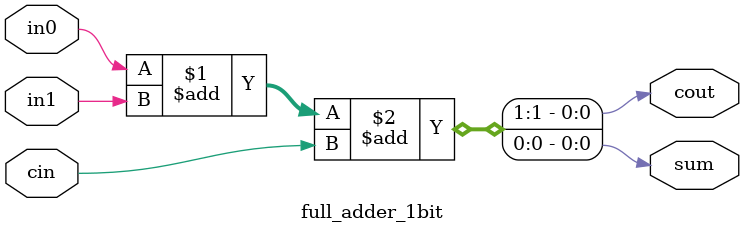
<source format=v>
`include "../Level_01_BASIC/and_gate.v"
`include "../Level_01_BASIC/xor_gate.v"
`include "../Level_01_BASIC/or_gate.v"

module full_adder_1bit(
    input in0, in1, cin,
    output sum, cout
);


// ######################### Approach 1 ########################

assign {cout, sum} = in0 + in1 + cin;




// ################### Aproach 2: Using pre-made Modules and Gates #########################

// wire w1, w2, w3;

// xor_gate cir1(
//     .in0(in0),
//     .in1(in1),
//     .out(w1)
// );

// xor_gate cir2(
//     .in0(w1),
//     .in1(cin),
//     .out(sum)
// );

// and_gate cir3(
//     .in0(in0),
//     .in1(in1),
//     .out(w2)
// );

// and_gate cir4(
//     .in0(w1),
//     .in1(cin),
//     .out(w3)
// );

// or_gate cir5(
//     .in0(w2),
//     .in1(w3),
//     .out(cout)
// );


endmodule
</source>
